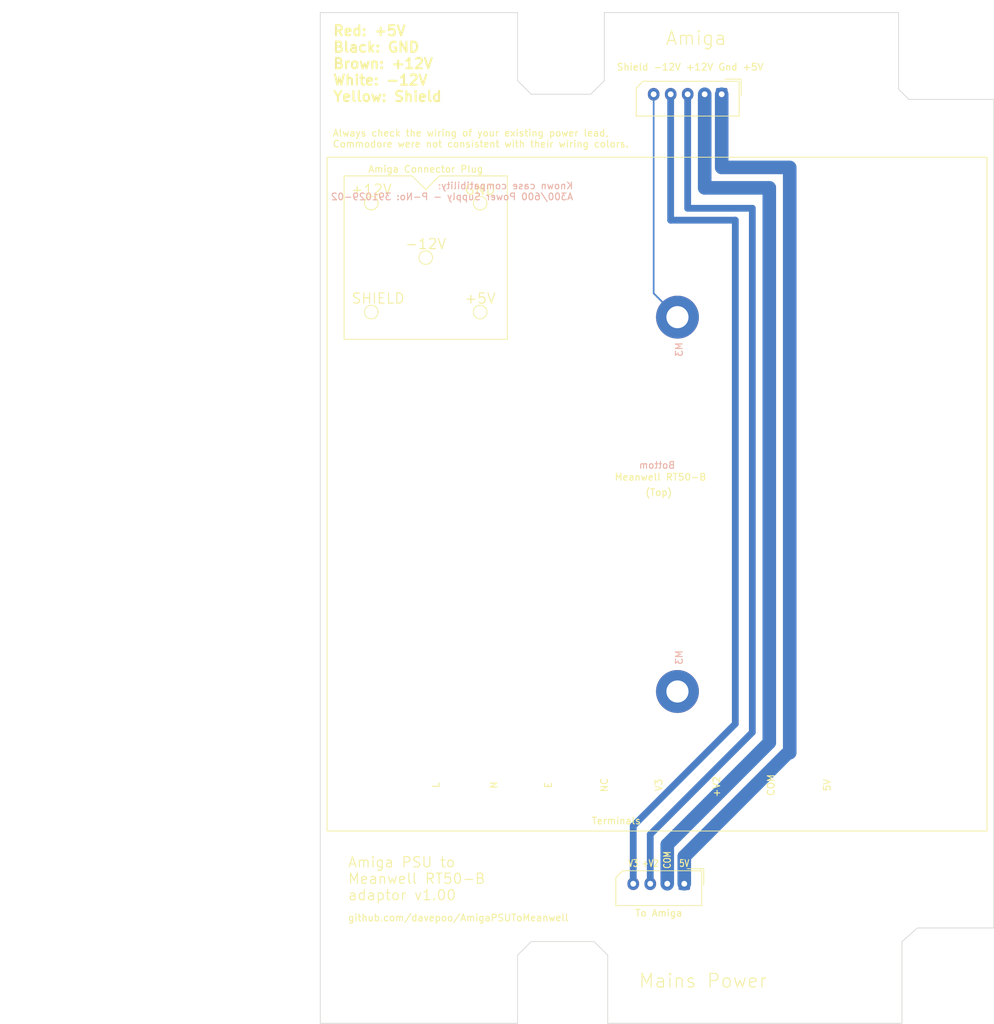
<source format=kicad_pcb>
(kicad_pcb (version 20171130) (host pcbnew "(5.1.6)-1")

  (general
    (thickness 1.6)
    (drawings 37)
    (tracks 24)
    (zones 0)
    (modules 8)
    (nets 1)
  )

  (page A4)
  (title_block
    (title "Amiga PSU to Meanwell RT50-B Adaptor Board")
    (date 2020-08-06)
    (rev 1.00)
  )

  (layers
    (0 F.Cu signal)
    (31 B.Cu signal)
    (32 B.Adhes user)
    (33 F.Adhes user)
    (34 B.Paste user)
    (35 F.Paste user)
    (36 B.SilkS user)
    (37 F.SilkS user)
    (38 B.Mask user)
    (39 F.Mask user)
    (40 Dwgs.User user)
    (41 Cmts.User user)
    (42 Eco1.User user)
    (43 Eco2.User user)
    (44 Edge.Cuts user)
    (45 Margin user)
    (46 B.CrtYd user)
    (47 F.CrtYd user)
    (48 B.Fab user)
    (49 F.Fab user)
  )

  (setup
    (last_trace_width 0.25)
    (trace_clearance 0.2)
    (zone_clearance 0.508)
    (zone_45_only yes)
    (trace_min 0.2)
    (via_size 0.8)
    (via_drill 0.4)
    (via_min_size 0.4)
    (via_min_drill 0.3)
    (uvia_size 0.3)
    (uvia_drill 0.1)
    (uvias_allowed no)
    (uvia_min_size 0.2)
    (uvia_min_drill 0.1)
    (edge_width 0.05)
    (segment_width 0.2)
    (pcb_text_width 0.3)
    (pcb_text_size 1.5 1.5)
    (mod_edge_width 0.12)
    (mod_text_size 1 1)
    (mod_text_width 0.15)
    (pad_size 1.524 1.524)
    (pad_drill 0.762)
    (pad_to_mask_clearance 0.05)
    (aux_axis_origin 0 0)
    (visible_elements 7FFFFFFF)
    (pcbplotparams
      (layerselection 0x010fc_ffffffff)
      (usegerberextensions false)
      (usegerberattributes true)
      (usegerberadvancedattributes true)
      (creategerberjobfile true)
      (excludeedgelayer true)
      (linewidth 0.100000)
      (plotframeref false)
      (viasonmask false)
      (mode 1)
      (useauxorigin false)
      (hpglpennumber 1)
      (hpglpenspeed 20)
      (hpglpendiameter 15.000000)
      (psnegative false)
      (psa4output false)
      (plotreference true)
      (plotvalue true)
      (plotinvisibletext false)
      (padsonsilk false)
      (subtractmaskfromsilk false)
      (outputformat 1)
      (mirror false)
      (drillshape 0)
      (scaleselection 1)
      (outputdirectory "Gerbers/"))
  )

  (net 0 "")

  (net_class Default "This is the default net class."
    (clearance 0.2)
    (trace_width 0.25)
    (via_dia 0.8)
    (via_drill 0.4)
    (uvia_dia 0.3)
    (uvia_drill 0.1)
  )

  (module KiKadAmigaMeanwell:AmigaConnector (layer F.Cu) (tedit 5F2B28D8) (tstamp 5F2B89C7)
    (at 84 69.25)
    (fp_text reference "Amiga Connector Plug" (at 0 -13) (layer F.SilkS)
      (effects (font (size 1 1) (thickness 0.15)))
    )
    (fp_text value AmigaConnector (at 0 13) (layer F.Fab)
      (effects (font (size 1 1) (thickness 0.15)))
    )
    (fp_line (start -12 12) (end 12 12) (layer F.SilkS) (width 0.12))
    (fp_line (start 12 12) (end 12 -12) (layer F.SilkS) (width 0.12))
    (fp_line (start -2 -12) (end -12 -12) (layer F.SilkS) (width 0.12))
    (fp_line (start -12 -12) (end -12 12) (layer F.SilkS) (width 0.12))
    (fp_circle (center 0 0) (end 1 0) (layer F.SilkS) (width 0.12))
    (fp_circle (center -8 -8) (end -7 -8) (layer F.SilkS) (width 0.12))
    (fp_circle (center 8 -8) (end 9 -8) (layer F.SilkS) (width 0.12))
    (fp_circle (center 8 8) (end 8 9) (layer F.SilkS) (width 0.12))
    (fp_circle (center -8 8) (end -7 8) (layer F.SilkS) (width 0.12))
    (fp_line (start 2 -12) (end 12 -12) (layer F.SilkS) (width 0.12))
    (fp_line (start 2 -12) (end 0 -10) (layer F.SilkS) (width 0.12))
    (fp_line (start 0 -10) (end -2 -12) (layer F.SilkS) (width 0.12))
    (fp_text user SHIELD (at -7 6) (layer F.SilkS)
      (effects (font (size 1.5 1.5) (thickness 0.15)))
    )
    (fp_text user +5V (at 8 6) (layer F.SilkS)
      (effects (font (size 1.5 1.5) (thickness 0.15)))
    )
    (fp_text user -12V (at 0 -2) (layer F.SilkS)
      (effects (font (size 1.5 1.5) (thickness 0.15)))
    )
    (fp_text user GND (at 8 -10) (layer F.SilkS)
      (effects (font (size 1.5 1.5) (thickness 0.15)))
    )
    (fp_text user +12V (at -8 -10) (layer F.SilkS)
      (effects (font (size 1.5 1.5) (thickness 0.15)))
    )
  )

  (module KiKadAmigaMeanwell:Meanwell_RT50-B (layer F.Cu) (tedit 5F2B2241) (tstamp 5F29CA86)
    (at 111.5 104.5 90)
    (fp_text reference "Meanwell RT50-B" (at 3 7 180) (layer F.SilkS)
      (effects (font (size 1 1) (thickness 0.15)))
    )
    (fp_text value Meanwell_RT50-B (at 1 -0.5 90) (layer F.Fab)
      (effects (font (size 1 1) (thickness 0.15)))
    )
    (fp_line (start -49 -42) (end 50 -42) (layer F.SilkS) (width 0.12))
    (fp_line (start 50 -42) (end 50 55) (layer F.SilkS) (width 0.12))
    (fp_line (start 50 55) (end -49 55) (layer F.SilkS) (width 0.12))
    (fp_line (start -49 55) (end -49 -42) (layer F.SilkS) (width 0.12))
    (fp_circle (center -42.25 -26.035533) (end -38.75 -26.535533) (layer Dwgs.User) (width 0.12))
    (fp_circle (center -42.25 -17.75) (end -38.75 -18.25) (layer Dwgs.User) (width 0.12))
    (fp_circle (center -42.25 -9.75) (end -38.75 -10.25) (layer Dwgs.User) (width 0.12))
    (fp_circle (center -42.25 -1.5) (end -38.75 -2) (layer Dwgs.User) (width 0.12))
    (fp_circle (center -42.25 31.25) (end -38.75 30.75) (layer Dwgs.User) (width 0.12))
    (fp_circle (center -42.25 23) (end -38.75 22.5) (layer Dwgs.User) (width 0.12))
    (fp_circle (center -42.25 6.714467) (end -38.75 6.214467) (layer Dwgs.User) (width 0.12))
    (fp_circle (center -42.25 15) (end -38.75 14.5) (layer Dwgs.User) (width 0.12))
    (fp_text user M3 (at 21.75 9.75 90) (layer B.SilkS)
      (effects (font (size 1 1) (thickness 0.15)) (justify mirror))
    )
    (fp_text user M3 (at -23.5 9.75 270) (layer B.SilkS)
      (effects (font (size 1 1) (thickness 0.15)) (justify mirror))
    )
    (fp_text user NC (at -42.25 -1.25 90) (layer F.SilkS)
      (effects (font (size 1 1) (thickness 0.15)))
    )
    (fp_text user E (at -42.25 -9.5 90) (layer F.SilkS)
      (effects (font (size 1 1) (thickness 0.15)))
    )
    (fp_text user N (at -42.25 -17.5 90) (layer F.SilkS)
      (effects (font (size 1 1) (thickness 0.15)))
    )
    (fp_text user L (at -42.25 -26 90) (layer F.SilkS)
      (effects (font (size 1 1) (thickness 0.15)))
    )
    (fp_text user V3 (at -42.25 6.75 90) (layer F.SilkS)
      (effects (font (size 1 1) (thickness 0.15)))
    )
    (fp_text user +V2 (at -42.5 15.25 90) (layer F.SilkS)
      (effects (font (size 1 1) (thickness 0.15)))
    )
    (fp_text user COM (at -42.25 23.25 90) (layer F.SilkS)
      (effects (font (size 1 1) (thickness 0.15)))
    )
    (fp_text user 5V (at -42.25 31.5 90) (layer F.SilkS)
      (effects (font (size 1 1) (thickness 0.15)))
    )
    (fp_text user Terminals (at -47.5 0.5) (layer F.SilkS)
      (effects (font (size 1 1) (thickness 0.15)))
    )
    (pad "" np_thru_hole circle (at 26.5 9.5 90) (size 6.3 6.3) (drill 3.25) (layers *.Cu *.Mask))
    (pad "" np_thru_hole circle (at -28.5 9.5 90) (size 6.3 6.3) (drill 3.25) (layers *.Cu *.Mask))
  )

  (module Connector_Molex:Molex_SPOX_5267-04A_1x04_P2.50mm_Vertical (layer F.Cu) (tedit 5B7833F7) (tstamp 5F2C6ACF)
    (at 122 161.25 180)
    (descr "Molex SPOX Connector System, 5267-04A, 4 Pins per row (http://www.molex.com/pdm_docs/sd/022035035_sd.pdf), generated with kicad-footprint-generator")
    (tags "connector Molex SPOX side entry")
    (fp_text reference "To Amiga" (at 3.75 -4.3) (layer F.SilkS)
      (effects (font (size 1 1) (thickness 0.15)))
    )
    (fp_text value Molex_SPOX_5267-04A_1x04_P2.50mm_Vertical (at 3.75 3) (layer F.Fab)
      (effects (font (size 1 1) (thickness 0.15)))
    )
    (fp_line (start -2.45 -3.1) (end -2.45 1.8) (layer F.Fab) (width 0.1))
    (fp_line (start -2.45 1.8) (end 8.95 1.8) (layer F.Fab) (width 0.1))
    (fp_line (start 8.95 1.8) (end 9.95 0.8) (layer F.Fab) (width 0.1))
    (fp_line (start 9.95 0.8) (end 9.95 -3.1) (layer F.Fab) (width 0.1))
    (fp_line (start 9.95 -3.1) (end -2.45 -3.1) (layer F.Fab) (width 0.1))
    (fp_line (start -2.56 -3.21) (end -2.56 1.91) (layer F.SilkS) (width 0.12))
    (fp_line (start -2.56 1.91) (end 9.06 1.91) (layer F.SilkS) (width 0.12))
    (fp_line (start 9.06 1.91) (end 10.06 0.91) (layer F.SilkS) (width 0.12))
    (fp_line (start 10.06 0.91) (end 10.06 -3.21) (layer F.SilkS) (width 0.12))
    (fp_line (start 10.06 -3.21) (end -2.56 -3.21) (layer F.SilkS) (width 0.12))
    (fp_line (start -2.86 -0.2) (end -2.86 2.21) (layer F.SilkS) (width 0.12))
    (fp_line (start -2.86 2.21) (end -0.45 2.21) (layer F.SilkS) (width 0.12))
    (fp_line (start -0.5 1.8) (end 0 1.092893) (layer F.Fab) (width 0.1))
    (fp_line (start 0 1.092893) (end 0.5 1.8) (layer F.Fab) (width 0.1))
    (fp_line (start -2.95 -3.6) (end -2.95 2.3) (layer F.CrtYd) (width 0.05))
    (fp_line (start -2.95 2.3) (end 9.45 2.3) (layer F.CrtYd) (width 0.05))
    (fp_line (start 9.45 2.3) (end 10.45 1.3) (layer F.CrtYd) (width 0.05))
    (fp_line (start 10.45 1.3) (end 10.45 -3.6) (layer F.CrtYd) (width 0.05))
    (fp_line (start 10.45 -3.6) (end -2.95 -3.6) (layer F.CrtYd) (width 0.05))
    (fp_text user %R (at 3.75 -2.4) (layer F.Fab)
      (effects (font (size 1 1) (thickness 0.15)))
    )
    (pad 4 thru_hole oval (at 7.5 0 180) (size 1.7 1.85) (drill 0.85) (layers *.Cu *.Mask))
    (pad 3 thru_hole oval (at 5 0 180) (size 1.7 1.85) (drill 0.85) (layers *.Cu *.Mask))
    (pad 2 thru_hole oval (at 2.5 0 180) (size 1.7 1.85) (drill 0.85) (layers *.Cu *.Mask))
    (pad 1 thru_hole roundrect (at 0 0 180) (size 1.7 1.85) (drill 0.85) (layers *.Cu *.Mask) (roundrect_rratio 0.147059))
    (model ${KISYS3DMOD}/Connector_Molex.3dshapes/Molex_SPOX_5267-04A_1x04_P2.50mm_Vertical.wrl
      (at (xyz 0 0 0))
      (scale (xyz 1 1 1))
      (rotate (xyz 0 0 0))
    )
  )

  (module Connector_Molex:Molex_SPOX_5267-05A_1x05_P2.50mm_Vertical (layer F.Cu) (tedit 5B7833F7) (tstamp 5F2B8EDC)
    (at 127.5 45.25 180)
    (descr "Molex SPOX Connector System, 5267-05A, 5 Pins per row (http://www.molex.com/pdm_docs/sd/022035035_sd.pdf), generated with kicad-footprint-generator")
    (tags "connector Molex SPOX side entry")
    (fp_text reference "White Brown Black Red Yellow" (at 5 -4.3) (layer F.SilkS) hide
      (effects (font (size 1 1) (thickness 0.15)))
    )
    (fp_text value Molex_SPOX_5267-05A_1x05_P2.50mm_Vertical (at 5 3) (layer F.Fab)
      (effects (font (size 1 1) (thickness 0.15)))
    )
    (fp_line (start -2.45 -3.1) (end -2.45 1.8) (layer F.Fab) (width 0.1))
    (fp_line (start -2.45 1.8) (end 11.45 1.8) (layer F.Fab) (width 0.1))
    (fp_line (start 11.45 1.8) (end 12.45 0.8) (layer F.Fab) (width 0.1))
    (fp_line (start 12.45 0.8) (end 12.45 -3.1) (layer F.Fab) (width 0.1))
    (fp_line (start 12.45 -3.1) (end -2.45 -3.1) (layer F.Fab) (width 0.1))
    (fp_line (start -2.56 -3.21) (end -2.56 1.91) (layer F.SilkS) (width 0.12))
    (fp_line (start -2.56 1.91) (end 11.56 1.91) (layer F.SilkS) (width 0.12))
    (fp_line (start 11.56 1.91) (end 12.56 0.91) (layer F.SilkS) (width 0.12))
    (fp_line (start 12.56 0.91) (end 12.56 -3.21) (layer F.SilkS) (width 0.12))
    (fp_line (start 12.56 -3.21) (end -2.56 -3.21) (layer F.SilkS) (width 0.12))
    (fp_line (start -2.86 -0.2) (end -2.86 2.21) (layer F.SilkS) (width 0.12))
    (fp_line (start -2.86 2.21) (end -0.45 2.21) (layer F.SilkS) (width 0.12))
    (fp_line (start -0.5 1.8) (end 0 1.092893) (layer F.Fab) (width 0.1))
    (fp_line (start 0 1.092893) (end 0.5 1.8) (layer F.Fab) (width 0.1))
    (fp_line (start -2.95 -3.6) (end -2.95 2.3) (layer F.CrtYd) (width 0.05))
    (fp_line (start -2.95 2.3) (end 11.95 2.3) (layer F.CrtYd) (width 0.05))
    (fp_line (start 11.95 2.3) (end 12.95 1.3) (layer F.CrtYd) (width 0.05))
    (fp_line (start 12.95 1.3) (end 12.95 -3.6) (layer F.CrtYd) (width 0.05))
    (fp_line (start 12.95 -3.6) (end -2.95 -3.6) (layer F.CrtYd) (width 0.05))
    (fp_text user %R (at 5 -2.4) (layer F.Fab)
      (effects (font (size 1 1) (thickness 0.15)))
    )
    (pad 5 thru_hole oval (at 10 0 180) (size 1.7 1.85) (drill 0.85) (layers *.Cu *.Mask))
    (pad 4 thru_hole oval (at 7.5 0 180) (size 1.7 1.85) (drill 0.85) (layers *.Cu *.Mask))
    (pad 3 thru_hole oval (at 5 0 180) (size 1.7 1.85) (drill 0.85) (layers *.Cu *.Mask))
    (pad 2 thru_hole oval (at 2.5 0 180) (size 1.7 1.85) (drill 0.85) (layers *.Cu *.Mask))
    (pad 1 thru_hole roundrect (at 0 0 180) (size 1.7 1.85) (drill 0.85) (layers *.Cu *.Mask) (roundrect_rratio 0.147059))
    (model ${KISYS3DMOD}/Connector_Molex.3dshapes/Molex_SPOX_5267-05A_1x05_P2.50mm_Vertical.wrl
      (at (xyz 0 0 0))
      (scale (xyz 1 1 1))
      (rotate (xyz 0 0 0))
    )
  )

  (module MountingHole:MountingHole_4mm (layer F.Cu) (tedit 56D1B4CB) (tstamp 5F28835B)
    (at 94.25 37.25 180)
    (descr "Mounting Hole 4mm, no annular")
    (tags "mounting hole 4mm no annular")
    (attr virtual)
    (fp_text reference Screw (at 0 -5) (layer F.SilkS) hide
      (effects (font (size 1 1) (thickness 0.15)))
    )
    (fp_text value MountingHole_4mm (at 0 5) (layer F.Fab)
      (effects (font (size 1 1) (thickness 0.15)))
    )
    (fp_circle (center 0 0) (end 4 0) (layer Cmts.User) (width 0.15))
    (fp_circle (center 0 0) (end 4.25 0) (layer F.CrtYd) (width 0.05))
    (fp_text user %R (at 0.3 0) (layer F.Fab)
      (effects (font (size 1 1) (thickness 0.15)))
    )
    (pad 1 np_thru_hole circle (at 0 0 180) (size 4 4) (drill 4) (layers *.Cu *.Mask))
  )

  (module MountingHole:MountingHole_4mm (layer F.Cu) (tedit 56D1B4CB) (tstamp 5F28834D)
    (at 144.75 38.25 180)
    (descr "Mounting Hole 4mm, no annular")
    (tags "mounting hole 4mm no annular")
    (attr virtual)
    (fp_text reference Screw (at 0 -5) (layer F.SilkS) hide
      (effects (font (size 1 1) (thickness 0.15)))
    )
    (fp_text value MountingHole_4mm (at 0 5) (layer F.Fab)
      (effects (font (size 1 1) (thickness 0.15)))
    )
    (fp_circle (center 0 0) (end 4.25 0) (layer F.CrtYd) (width 0.05))
    (fp_circle (center 0 0) (end 4 0) (layer Cmts.User) (width 0.15))
    (fp_text user %R (at 0.3 0) (layer F.Fab)
      (effects (font (size 1 1) (thickness 0.15)))
    )
    (pad 1 np_thru_hole circle (at 0 0 180) (size 4 4) (drill 4) (layers *.Cu *.Mask))
  )

  (module MountingHole:MountingHole_4mm (layer F.Cu) (tedit 56D1B4CB) (tstamp 5F2882D1)
    (at 144.5 175.5 180)
    (descr "Mounting Hole 4mm, no annular")
    (tags "mounting hole 4mm no annular")
    (attr virtual)
    (fp_text reference Screw (at 0 -5) (layer F.SilkS) hide
      (effects (font (size 1 1) (thickness 0.15)))
    )
    (fp_text value MountingHole_4mm (at 0 5) (layer F.Fab)
      (effects (font (size 1 1) (thickness 0.15)))
    )
    (fp_circle (center 0 0) (end 4 0) (layer Cmts.User) (width 0.15))
    (fp_circle (center 0 0) (end 4.25 0) (layer F.CrtYd) (width 0.05))
    (fp_text user %R (at 0.3 0) (layer F.Fab)
      (effects (font (size 1 1) (thickness 0.15)))
    )
    (pad 1 np_thru_hole circle (at 0 0 180) (size 4 4) (drill 4) (layers *.Cu *.Mask))
  )

  (module MountingHole:MountingHole_4mm (layer F.Cu) (tedit 56D1B4CB) (tstamp 5F2882C2)
    (at 76 175.5 180)
    (descr "Mounting Hole 4mm, no annular")
    (tags "mounting hole 4mm no annular")
    (attr virtual)
    (fp_text reference Screw (at 0 -5) (layer F.SilkS) hide
      (effects (font (size 1 1) (thickness 0.15)))
    )
    (fp_text value MountingHole_4mm (at 0 5) (layer F.Fab)
      (effects (font (size 1 1) (thickness 0.15)))
    )
    (fp_circle (center 0 0) (end 4.25 0) (layer F.CrtYd) (width 0.05))
    (fp_circle (center 0 0) (end 4 0) (layer Cmts.User) (width 0.15))
    (fp_text user %R (at 0.3 0) (layer F.Fab)
      (effects (font (size 1 1) (thickness 0.15)))
    )
    (pad 1 np_thru_hole circle (at 0 0 180) (size 4 4) (drill 4) (layers *.Cu *.Mask))
  )

  (gr_text github.com/davepoo/AmigaPSUToMeanwell (at 72.5 166.25) (layer F.SilkS)
    (effects (font (size 1 1) (thickness 0.15)) (justify left))
  )
  (gr_text "Known case compatibility:\nA300/600 Power Supply - P-No: 391029-02" (at 105.75 59.5) (layer B.SilkS)
    (effects (font (size 1 1) (thickness 0.15)) (justify left mirror))
  )
  (gr_text "(Top)" (at 118.25 103.75) (layer F.SilkS)
    (effects (font (size 1 1) (thickness 0.15)))
  )
  (gr_text Bottom (at 118 99.75) (layer B.SilkS)
    (effects (font (size 1 1) (thickness 0.15)) (justify mirror))
  )
  (gr_text "Red: +5V\nBlack: GND\nBrown: +12V\nWhite: -12V\nYellow: Shield" (at 70.25 40.75) (layer F.SilkS)
    (effects (font (size 1.5 1.5) (thickness 0.3)) (justify left))
  )
  (gr_text "Always check the wiring of your existing power lead, \nCommodore were not consistent with their wiring colors." (at 70.25 51.75) (layer F.SilkS)
    (effects (font (size 1 1) (thickness 0.15)) (justify left))
  )
  (gr_text "Shield -12V +12V Gnd +5V " (at 123.25 41.25) (layer F.SilkS) (tstamp 5F2B7E91)
    (effects (font (size 1 1) (thickness 0.15)))
  )
  (gr_text Amiga (at 123.75 37) (layer F.SilkS)
    (effects (font (size 2 2) (thickness 0.15)))
  )
  (gr_text +V2 (at 117 158.25) (layer F.SilkS) (tstamp 5F2B7DE1)
    (effects (font (size 1 0.8) (thickness 0.15)))
  )
  (gr_text V3 (at 114.5 158.25) (layer F.SilkS) (tstamp 5F2B7DD8)
    (effects (font (size 1 0.8) (thickness 0.15)))
  )
  (gr_text 5V (at 122 158.25) (layer F.SilkS) (tstamp 5F2B7DDB)
    (effects (font (size 1 0.8) (thickness 0.15)))
  )
  (gr_text COM (at 119.5 157.75 90) (layer F.SilkS) (tstamp 5F2B7DDE)
    (effects (font (size 1 0.8) (thickness 0.15)))
  )
  (dimension 148 (width 0.15) (layer Dwgs.User)
    (gr_text "148.000 mm" (at 60.8 107.75 90) (layer Dwgs.User)
      (effects (font (size 1 1) (thickness 0.15)))
    )
    (feature1 (pts (xy 21.5 33.75) (xy 60.086421 33.75)))
    (feature2 (pts (xy 21.5 181.75) (xy 60.086421 181.75)))
    (crossbar (pts (xy 59.5 181.75) (xy 59.5 33.75)))
    (arrow1a (pts (xy 59.5 33.75) (xy 60.086421 34.876504)))
    (arrow1b (pts (xy 59.5 33.75) (xy 58.913579 34.876504)))
    (arrow2a (pts (xy 59.5 181.75) (xy 60.086421 180.623496)))
    (arrow2b (pts (xy 59.5 181.75) (xy 58.913579 180.623496)))
  )
  (gr_text "Amiga PSU to\nMeanwell RT50-B\nadaptor v1.00" (at 72.5 160.5) (layer F.SilkS) (tstamp 5F2883C0)
    (effects (font (size 1.5 1.5) (thickness 0.15)) (justify left))
  )
  (gr_text "Mains Power" (at 124.75 175.5) (layer F.SilkS) (tstamp 5F2883BC)
    (effects (font (size 2 2) (thickness 0.15)))
  )
  (gr_line (start 155 46) (end 153.5 44.5) (layer Edge.Cuts) (width 0.1))
  (gr_line (start 167.5 46) (end 155 46) (layer Edge.Cuts) (width 0.1))
  (gr_line (start 153.5 44.5) (end 153.5 33.25) (layer Edge.Cuts) (width 0.1) (tstamp 5F2B196A))
  (gr_line (start 99.5 45.25) (end 97.5 43.25) (layer Edge.Cuts) (width 0.1))
  (gr_line (start 108.25 45.25) (end 99.5 45.25) (layer Edge.Cuts) (width 0.1))
  (gr_line (start 110.25 43.25) (end 108.25 45.25) (layer Edge.Cuts) (width 0.1))
  (gr_line (start 110.25 33.25) (end 110.25 43.25) (layer Edge.Cuts) (width 0.1))
  (gr_line (start 68.5 33.25) (end 97.5 33.25) (layer Edge.Cuts) (width 0.1))
  (gr_line (start 97.5 43.25) (end 97.5 33.25) (layer Edge.Cuts) (width 0.1))
  (gr_line (start 110.75 181.75) (end 110.75 171.75) (layer Edge.Cuts) (width 0.1))
  (gr_line (start 154 181.75) (end 110.75 181.75) (layer Edge.Cuts) (width 0.1))
  (gr_line (start 154 169.75) (end 154 181.75) (layer Edge.Cuts) (width 0.1))
  (gr_line (start 156.25 167.75) (end 154 169.75) (layer Edge.Cuts) (width 0.1))
  (gr_line (start 167.5 167.75) (end 156.25 167.75) (layer Edge.Cuts) (width 0.1) (tstamp 5F2B18B3))
  (gr_line (start 167.5 46) (end 167.5 167.75) (layer Edge.Cuts) (width 0.1))
  (gr_line (start 110.25 33.25) (end 153.5 33.25) (layer Edge.Cuts) (width 0.1) (tstamp 5F2B168A))
  (gr_line (start 68.5 181.75) (end 68.5 33.25) (layer Edge.Cuts) (width 0.1))
  (gr_line (start 97.5 181.75) (end 68.5 181.75) (layer Edge.Cuts) (width 0.1))
  (gr_line (start 97.5 171.75) (end 97.5 181.75) (layer Edge.Cuts) (width 0.1))
  (gr_line (start 99.5 169.75) (end 97.5 171.75) (layer Edge.Cuts) (width 0.1))
  (gr_line (start 108.75 169.75) (end 99.5 169.75) (layer Edge.Cuts) (width 0.1) (tstamp 5F2B7EEB))
  (gr_line (start 110.75 171.75) (end 108.75 169.75) (layer Edge.Cuts) (width 0.1) (tstamp 5F2B7EE8))

  (segment (start 117.5 74.5) (end 121 78) (width 0.25) (layer B.Cu) (net 0))
  (segment (start 117.5 45.25) (end 117.5 74.5) (width 0.25) (layer B.Cu) (net 0))
  (segment (start 120 45.25) (end 120 63.75) (width 1) (layer B.Cu) (net 0))
  (segment (start 120 63.75) (end 129.5 63.75) (width 1) (layer B.Cu) (net 0))
  (segment (start 129.5 63.75) (end 129.5 137.75) (width 1) (layer B.Cu) (net 0))
  (segment (start 122.5 45.25) (end 122.5 62) (width 1) (layer B.Cu) (net 0))
  (segment (start 122.5 62) (end 132 62) (width 1) (layer B.Cu) (net 0))
  (segment (start 132 62) (end 132 139) (width 1) (layer B.Cu) (net 0))
  (segment (start 125 45.25) (end 125 59) (width 2) (layer B.Cu) (net 0))
  (segment (start 134.5 59) (end 134.5 140.5) (width 2) (layer B.Cu) (net 0))
  (segment (start 127.5 45.25) (end 127.5 56) (width 2) (layer B.Cu) (net 0))
  (segment (start 127.5 56) (end 137.5 56) (width 2) (layer B.Cu) (net 0))
  (segment (start 136.75 56) (end 137 56.25) (width 0.25) (layer B.Cu) (net 0))
  (segment (start 137.5 56.25) (end 137.5 142) (width 2) (layer B.Cu) (net 0))
  (segment (start 134 59) (end 134.5 59.5) (width 0.25) (layer B.Cu) (net 0))
  (segment (start 125 59) (end 134.5 59) (width 2) (layer B.Cu) (net 0))
  (segment (start 119.5 155.5) (end 134.5 140.5) (width 2) (layer B.Cu) (net 0))
  (segment (start 119.5 161.25) (end 119.5 155.5) (width 2) (layer B.Cu) (net 0))
  (segment (start 117 154) (end 132 139) (width 1) (layer B.Cu) (net 0))
  (segment (start 117 161.25) (end 117 154) (width 1) (layer B.Cu) (net 0))
  (segment (start 114.5 152.75) (end 129.5 137.75) (width 1) (layer B.Cu) (net 0))
  (segment (start 114.5 161.25) (end 114.5 152.75) (width 1) (layer B.Cu) (net 0))
  (segment (start 122 157.25) (end 137 142.25) (width 2) (layer B.Cu) (net 0))
  (segment (start 122 161.25) (end 122 157.25) (width 2) (layer B.Cu) (net 0))

)

</source>
